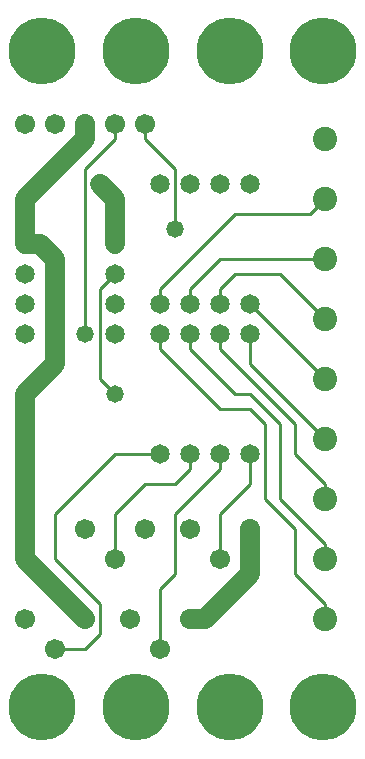
<source format=gtl>
%MOIN*%
%FSLAX25Y25*%
G04 D10 used for Character Trace; *
G04     Circle (OD=.01000) (No hole)*
G04 D11 used for Power Trace; *
G04     Circle (OD=.06700) (No hole)*
G04 D12 used for Signal Trace; *
G04     Circle (OD=.01100) (No hole)*
G04 D13 used for Via; *
G04     Circle (OD=.05800) (Round. Hole ID=.02800)*
G04 D14 used for Component hole; *
G04     Circle (OD=.06500) (Round. Hole ID=.03500)*
G04 D15 used for Component hole; *
G04     Circle (OD=.06700) (Round. Hole ID=.04300)*
G04 D16 used for Component hole; *
G04     Circle (OD=.08100) (Round. Hole ID=.05100)*
G04 D17 used for Component hole; *
G04     Circle (OD=.08900) (Round. Hole ID=.05900)*
G04 D18 used for Component hole; *
G04     Circle (OD=.11300) (Round. Hole ID=.08300)*
G04 D19 used for Component hole; *
G04     Circle (OD=.16000) (Round. Hole ID=.13000)*
G04 D20 used for Component hole; *
G04     Circle (OD=.18300) (Round. Hole ID=.15300)*
G04 D21 used for Component hole; *
G04     Circle (OD=.22291) (Round. Hole ID=.19291)*
%ADD10C,.01000*%
%ADD11C,.06700*%
%ADD12C,.01100*%
%ADD13C,.05800*%
%ADD14C,.06500*%
%ADD15C,.06700*%
%ADD16C,.08100*%
%ADD17C,.08900*%
%ADD18C,.11300*%
%ADD19C,.16000*%
%ADD20C,.18300*%
%ADD21C,.22291*%
%IPPOS*%
%LPD*%
G90*X0Y0D02*D21*X15625Y15625D03*D12*              
X20000Y35000D02*X30000D01*D15*X20000D03*          
X30000Y45000D03*D11*X10000Y65000D01*Y120000D01*   
X20000Y130000D01*Y165000D01*X15000Y170000D01*     
X10000D01*D14*D03*D11*Y185000D01*X15000Y190000D01*
D14*D03*D11*X30000Y205000D01*Y210000D01*D15*D03*  
D12*Y195000D02*X40000Y205000D01*X30000Y140000D02* 
Y195000D01*D13*Y140000D03*D14*X40000Y150000D03*   
Y140000D03*D12*X35000Y125000D02*Y155000D01*       
X40000Y120000D02*X35000Y125000D01*D13*            
X40000Y120000D03*D12*X75000Y115000D02*            
X55000Y135000D01*X75000Y115000D02*X85000D01*      
X90000Y110000D01*Y85000D01*X100000Y75000D01*      
Y60000D01*X110000Y50000D01*Y45000D01*D16*D03*     
Y65000D03*D12*Y70000D01*X95000Y85000D01*          
Y110000D01*X85000Y120000D01*X80000D01*            
X65000Y135000D01*Y140000D01*D14*D03*              
X75000Y150000D03*D12*Y155000D01*X80000Y160000D01* 
X95000D01*X110000Y145000D01*D16*D03*Y165000D03*   
D12*X75000D01*X65000Y155000D01*Y150000D01*D14*D03*
X75000Y140000D03*D12*Y135000D01*X100000Y110000D01*
Y100000D01*X110000Y90000D01*Y85000D01*D16*D03*    
Y105000D03*D12*X85000Y130000D01*Y140000D01*D14*   
D03*Y150000D03*D12*X110000Y125000D01*D16*D03*D14* 
X85000Y100000D03*D12*Y90000D01*X75000Y80000D01*   
Y65000D01*D15*D03*X85000Y75000D03*D11*Y60000D01*  
X70000Y45000D01*X65000D01*D15*D03*D12*            
X55000Y35000D02*Y55000D01*D15*Y35000D03*          
X45000Y45000D03*D12*X35000Y40000D02*Y50000D01*    
X30000Y35000D02*X35000Y40000D01*Y50000D02*        
X20000Y65000D01*Y80000D01*X40000Y100000D01*       
X55000D01*D14*D03*D12*X60000Y90000D02*            
X65000Y95000D01*X50000Y90000D02*X60000D01*        
X40000Y80000D02*X50000Y90000D01*X40000Y65000D02*  
Y80000D01*D15*Y65000D03*X50000Y75000D03*X30000D03*
D12*X55000Y55000D02*X60000Y60000D01*Y80000D01*    
X75000Y95000D01*Y100000D01*D14*D03*X65000D03*D12* 
Y95000D01*D15*Y75000D03*D12*X55000Y135000D02*     
Y140000D01*D14*D03*Y150000D03*D12*Y155000D01*     
X80000Y180000D01*X105000D01*X110000Y185000D01*D16*
D03*Y205000D03*D14*X85000Y190000D03*X75000D03*    
X65000D03*D12*X60000Y175000D02*Y195000D01*D13*    
Y175000D03*D14*X55000Y190000D03*D11*              
X40000Y170000D02*Y185000D01*D14*Y170000D03*       
Y160000D03*D12*X35000Y155000D01*D14*              
X10000Y160000D03*Y150000D03*Y140000D03*D11*       
X40000Y185000D02*X35000Y190000D01*D14*D03*D12*    
X60000Y195000D02*X50000Y205000D01*Y210000D01*D15* 
D03*X40000D03*D12*Y205000D01*D15*X20000Y210000D03*
D21*X46875Y234375D03*D15*X10000Y210000D03*D21*    
X15625Y234375D03*X78125D03*X109375D03*D15*        
X10000Y45000D03*D21*X46875Y15625D03*X78125D03*    
X109375D03*M02*                                   

</source>
